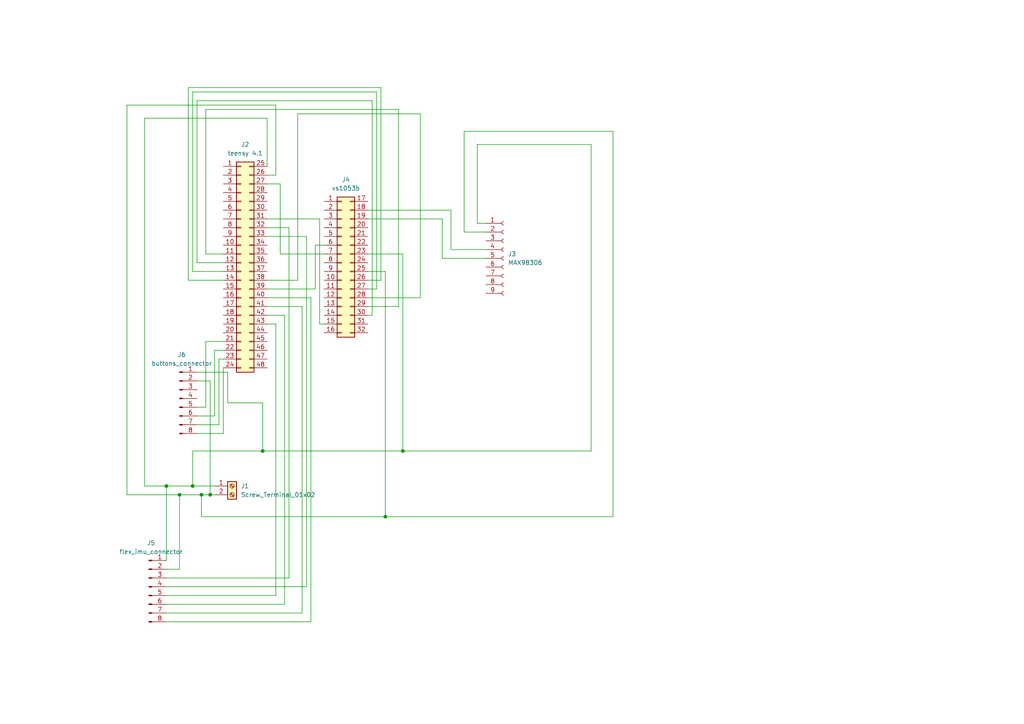
<source format=kicad_sch>
(kicad_sch (version 20231120) (generator "eeschema") (generator_version "8.0")
  (paper "A4")
  (lib_symbols
    (symbol "Connector:Conn_01x08_Pin" (pin_names (offset 1.016) hide)
      (property "Reference" "J" (at 0 10.16 0))
      (property "Value" "Conn_01x08_Pin" (at 0 -12.7 0))
      (symbol "Conn_01x08_Pin_1_1"
        (polyline (pts (xy 1.27 -10.16) (xy 0.8636 -10.16)) (stroke (width 0.1524)))
        (polyline (pts (xy 1.27 -7.62) (xy 0.8636 -7.62)) (stroke (width 0.1524)))
        (polyline (pts (xy 1.27 -5.08) (xy 0.8636 -5.08)) (stroke (width 0.1524)))
        (polyline (pts (xy 1.27 -2.54) (xy 0.8636 -2.54)) (stroke (width 0.1524)))
        (polyline (pts (xy 1.27 0) (xy 0.8636 0)) (stroke (width 0.1524)))
        (polyline (pts (xy 1.27 2.54) (xy 0.8636 2.54)) (stroke (width 0.1524)))
        (polyline (pts (xy 1.27 5.08) (xy 0.8636 5.08)) (stroke (width 0.1524)))
        (polyline (pts (xy 1.27 7.62) (xy 0.8636 7.62)) (stroke (width 0.1524)))
        (rectangle (start 0.8636 -10.033) (end 0 -10.287) (stroke (width 0.1524)) (fill (type outline)))
        (rectangle (start 0.8636 -7.493) (end 0 -7.747) (stroke (width 0.1524)) (fill (type outline)))
        (rectangle (start 0.8636 -4.953) (end 0 -5.207) (stroke (width 0.1524)) (fill (type outline)))
        (rectangle (start 0.8636 -2.413) (end 0 -2.667) (stroke (width 0.1524)) (fill (type outline)))
        (rectangle (start 0.8636 0.127) (end 0 -0.127) (stroke (width 0.1524)) (fill (type outline)))
        (rectangle (start 0.8636 2.667) (end 0 2.413) (stroke (width 0.1524)) (fill (type outline)))
        (rectangle (start 0.8636 5.207) (end 0 4.953) (stroke (width 0.1524)) (fill (type outline)))
        (rectangle (start 0.8636 7.747) (end 0 7.493) (stroke (width 0.1524)) (fill (type outline)))
        (pin passive line (at 5.08 7.62 180) (length 3.81) (name "Pin_1") (number "1"))
        (pin passive line (at 5.08 5.08 180) (length 3.81) (name "Pin_2") (number "2"))
        (pin passive line (at 5.08 2.54 180) (length 3.81) (name "Pin_3") (number "3"))
        (pin passive line (at 5.08 0 180) (length 3.81) (name "Pin_4") (number "4"))
        (pin passive line (at 5.08 -2.54 180) (length 3.81) (name "Pin_5") (number "5"))
        (pin passive line (at 5.08 -5.08 180) (length 3.81) (name "Pin_6") (number "6"))
        (pin passive line (at 5.08 -7.62 180) (length 3.81) (name "Pin_7") (number "7"))
        (pin passive line (at 5.08 -10.16 180) (length 3.81) (name "Pin_8") (number "8"))
      )
    )
    (symbol "Connector:Conn_01x09_Socket" (pin_names (offset 1.016) hide)
      (property "Reference" "J" (at 0 12.7 0))
      (property "Value" "Conn_01x09_Socket" (at 0 -12.7 0))
      (symbol "Conn_01x09_Socket_1_1"
        (arc (start 0 -9.652) (mid -0.5058 -10.16) (end 0 -10.668) (stroke (width 0.1524)))
        (arc (start 0 -7.112) (mid -0.5058 -7.62) (end 0 -8.128) (stroke (width 0.1524)))
        (arc (start 0 -4.572) (mid -0.5058 -5.08) (end 0 -5.588) (stroke (width 0.1524)))
        (arc (start 0 -2.032) (mid -0.5058 -2.54) (end 0 -3.048) (stroke (width 0.1524)))
        (polyline (pts (xy -1.27 -10.16) (xy -0.508 -10.16)) (stroke (width 0.1524)))
        (polyline (pts (xy -1.27 -7.62) (xy -0.508 -7.62)) (stroke (width 0.1524)))
        (polyline (pts (xy -1.27 -5.08) (xy -0.508 -5.08)) (stroke (width 0.1524)))
        (polyline (pts (xy -1.27 -2.54) (xy -0.508 -2.54)) (stroke (width 0.1524)))
        (polyline (pts (xy -1.27 0) (xy -0.508 0)) (stroke (width 0.1524)))
        (polyline (pts (xy -1.27 2.54) (xy -0.508 2.54)) (stroke (width 0.1524)))
        (polyline (pts (xy -1.27 5.08) (xy -0.508 5.08)) (stroke (width 0.1524)))
        (polyline (pts (xy -1.27 7.62) (xy -0.508 7.62)) (stroke (width 0.1524)))
        (polyline (pts (xy -1.27 10.16) (xy -0.508 10.16)) (stroke (width 0.1524)))
        (arc (start 0 0.508) (mid -0.5058 0) (end 0 -0.508) (stroke (width 0.1524)))
        (arc (start 0 3.048) (mid -0.5058 2.54) (end 0 2.032) (stroke (width 0.1524)))
        (arc (start 0 5.588) (mid -0.5058 5.08) (end 0 4.572) (stroke (width 0.1524)))
        (arc (start 0 8.128) (mid -0.5058 7.62) (end 0 7.112) (stroke (width 0.1524)))
        (arc (start 0 10.668) (mid -0.5058 10.16) (end 0 9.652) (stroke (width 0.1524)))
        (pin passive line (at -5.08 10.16 0) (length 3.81) (name "Pin_1") (number "1"))
        (pin passive line (at -5.08 7.62 0) (length 3.81) (name "Pin_2") (number "2"))
        (pin passive line (at -5.08 5.08 0) (length 3.81) (name "Pin_3") (number "3"))
        (pin passive line (at -5.08 2.54 0) (length 3.81) (name "Pin_4") (number "4"))
        (pin passive line (at -5.08 0 0) (length 3.81) (name "Pin_5") (number "5"))
        (pin passive line (at -5.08 -2.54 0) (length 3.81) (name "Pin_6") (number "6"))
        (pin passive line (at -5.08 -5.08 0) (length 3.81) (name "Pin_7") (number "7"))
        (pin passive line (at -5.08 -7.62 0) (length 3.81) (name "Pin_8") (number "8"))
        (pin passive line (at -5.08 -10.16 0) (length 3.81) (name "Pin_9") (number "9"))
      )
    )
    (symbol "Connector:Screw_Terminal_01x02" (pin_names (offset 1.016) hide)
      (property "Reference" "J" (at 0 2.54 0))
      (property "Value" "Screw_Terminal_01x02" (at 0 -5.08 0))
      (symbol "Screw_Terminal_01x02_1_1"
        (rectangle (start -1.27 1.27) (end 1.27 -3.81) (stroke (width 0.254)) (fill (type background)))
        (circle (center 0 -2.54) (radius 0.635) (stroke (width 0.1524)))
        (polyline (pts (xy -0.5334 -2.2098) (xy 0.3302 -3.048)) (stroke (width 0.1524)))
        (polyline (pts (xy -0.5334 0.3302) (xy 0.3302 -0.508)) (stroke (width 0.1524)))
        (polyline (pts (xy -0.3556 -2.032) (xy 0.508 -2.8702)) (stroke (width 0.1524)))
        (polyline (pts (xy -0.3556 0.508) (xy 0.508 -0.3302)) (stroke (width 0.1524)))
        (circle (center 0 0) (radius 0.635) (stroke (width 0.1524)))
        (pin passive line (at -5.08 0 0) (length 3.81) (name "Pin_1") (number "1"))
        (pin passive line (at -5.08 -2.54 0) (length 3.81) (name "Pin_2") (number "2"))
      )
    )
    (symbol "Connector_Generic:Conn_02x16_Top_Bottom" (pin_names (offset 1.016) hide)
      (property "Reference" "J" (at 1.27 20.32 0))
      (property "Value" "Conn_02x16_Top_Bottom" (at 1.27 -22.86 0))
      (symbol "Conn_02x16_Top_Bottom_1_1"
        (rectangle (start -1.27 -20.193) (end 0 -20.447) (stroke (width 0.1524)))
        (rectangle (start -1.27 -17.653) (end 0 -17.907) (stroke (width 0.1524)))
        (rectangle (start -1.27 -15.113) (end 0 -15.367) (stroke (width 0.1524)))
        (rectangle (start -1.27 -12.573) (end 0 -12.827) (stroke (width 0.1524)))
        (rectangle (start -1.27 -10.033) (end 0 -10.287) (stroke (width 0.1524)))
        (rectangle (start -1.27 -7.493) (end 0 -7.747) (stroke (width 0.1524)))
        (rectangle (start -1.27 -4.953) (end 0 -5.207) (stroke (width 0.1524)))
        (rectangle (start -1.27 -2.413) (end 0 -2.667) (stroke (width 0.1524)))
        (rectangle (start -1.27 0.127) (end 0 -0.127) (stroke (width 0.1524)))
        (rectangle (start -1.27 2.667) (end 0 2.413) (stroke (width 0.1524)))
        (rectangle (start -1.27 5.207) (end 0 4.953) (stroke (width 0.1524)))
        (rectangle (start -1.27 7.747) (end 0 7.493) (stroke (width 0.1524)))
        (rectangle (start -1.27 10.287) (end 0 10.033) (stroke (width 0.1524)))
        (rectangle (start -1.27 12.827) (end 0 12.573) (stroke (width 0.1524)))
        (rectangle (start -1.27 15.367) (end 0 15.113) (stroke (width 0.1524)))
        (rectangle (start -1.27 17.907) (end 0 17.653) (stroke (width 0.1524)))
        (rectangle (start -1.27 19.05) (end 3.81 -21.59) (stroke (width 0.254)) (fill (type background)))
        (rectangle (start 3.81 -20.193) (end 2.54 -20.447) (stroke (width 0.1524)))
        (rectangle (start 3.81 -17.653) (end 2.54 -17.907) (stroke (width 0.1524)))
        (rectangle (start 3.81 -15.113) (end 2.54 -15.367) (stroke (width 0.1524)))
        (rectangle (start 3.81 -12.573) (end 2.54 -12.827) (stroke (width 0.1524)))
        (rectangle (start 3.81 -10.033) (end 2.54 -10.287) (stroke (width 0.1524)))
        (rectangle (start 3.81 -7.493) (end 2.54 -7.747) (stroke (width 0.1524)))
        (rectangle (start 3.81 -4.953) (end 2.54 -5.207) (stroke (width 0.1524)))
        (rectangle (start 3.81 -2.413) (end 2.54 -2.667) (stroke (width 0.1524)))
        (rectangle (start 3.81 0.127) (end 2.54 -0.127) (stroke (width 0.1524)))
        (rectangle (start 3.81 2.667) (end 2.54 2.413) (stroke (width 0.1524)))
        (rectangle (start 3.81 5.207) (end 2.54 4.953) (stroke (width 0.1524)))
        (rectangle (start 3.81 7.747) (end 2.54 7.493) (stroke (width 0.1524)))
        (rectangle (start 3.81 10.287) (end 2.54 10.033) (stroke (width 0.1524)))
        (rectangle (start 3.81 12.827) (end 2.54 12.573) (stroke (width 0.1524)))
        (rectangle (start 3.81 15.367) (end 2.54 15.113) (stroke (width 0.1524)))
        (rectangle (start 3.81 17.907) (end 2.54 17.653) (stroke (width 0.1524)))
        (pin passive line (at -5.08 17.78 0) (length 3.81) (name "Pin_1") (number "1"))
        (pin passive line (at -5.08 -5.08 0) (length 3.81) (name "Pin_10") (number "10"))
        (pin passive line (at -5.08 -7.62 0) (length 3.81) (name "Pin_11") (number "11"))
        (pin passive line (at -5.08 -10.16 0) (length 3.81) (name "Pin_12") (number "12"))
        (pin passive line (at -5.08 -12.7 0) (length 3.81) (name "Pin_13") (number "13"))
        (pin passive line (at -5.08 -15.24 0) (length 3.81) (name "Pin_14") (number "14"))
        (pin passive line (at -5.08 -17.78 0) (length 3.81) (name "Pin_15") (number "15"))
        (pin passive line (at -5.08 -20.32 0) (length 3.81) (name "Pin_16") (number "16"))
        (pin passive line (at 7.62 17.78 180) (length 3.81) (name "Pin_17") (number "17"))
        (pin passive line (at 7.62 15.24 180) (length 3.81) (name "Pin_18") (number "18"))
        (pin passive line (at 7.62 12.7 180) (length 3.81) (name "Pin_19") (number "19"))
        (pin passive line (at -5.08 15.24 0) (length 3.81) (name "Pin_2") (number "2"))
        (pin passive line (at 7.62 10.16 180) (length 3.81) (name "Pin_20") (number "20"))
        (pin passive line (at 7.62 7.62 180) (length 3.81) (name "Pin_21") (number "21"))
        (pin passive line (at 7.62 5.08 180) (length 3.81) (name "Pin_22") (number "22"))
        (pin passive line (at 7.62 2.54 180) (length 3.81) (name "Pin_23") (number "23"))
        (pin passive line (at 7.62 0 180) (length 3.81) (name "Pin_24") (number "24"))
        (pin passive line (at 7.62 -2.54 180) (length 3.81) (name "Pin_25") (number "25"))
        (pin passive line (at 7.62 -5.08 180) (length 3.81) (name "Pin_26") (number "26"))
        (pin passive line (at 7.62 -7.62 180) (length 3.81) (name "Pin_27") (number "27"))
        (pin passive line (at 7.62 -10.16 180) (length 3.81) (name "Pin_28") (number "28"))
        (pin passive line (at 7.62 -12.7 180) (length 3.81) (name "Pin_29") (number "29"))
        (pin passive line (at -5.08 12.7 0) (length 3.81) (name "Pin_3") (number "3"))
        (pin passive line (at 7.62 -15.24 180) (length 3.81) (name "Pin_30") (number "30"))
        (pin passive line (at 7.62 -17.78 180) (length 3.81) (name "Pin_31") (number "31"))
        (pin passive line (at 7.62 -20.32 180) (length 3.81) (name "Pin_32") (number "32"))
        (pin passive line (at -5.08 10.16 0) (length 3.81) (name "Pin_4") (number "4"))
        (pin passive line (at -5.08 7.62 0) (length 3.81) (name "Pin_5") (number "5"))
        (pin passive line (at -5.08 5.08 0) (length 3.81) (name "Pin_6") (number "6"))
        (pin passive line (at -5.08 2.54 0) (length 3.81) (name "Pin_7") (number "7"))
        (pin passive line (at -5.08 0 0) (length 3.81) (name "Pin_8") (number "8"))
        (pin passive line (at -5.08 -2.54 0) (length 3.81) (name "Pin_9") (number "9"))
      )
    )
    (symbol "Connector_Generic:Conn_02x24_Top_Bottom" (pin_names (offset 1.016) hide)
      (property "Reference" "J" (at 1.27 30.48 0))
      (property "Value" "Conn_02x24_Top_Bottom" (at 1.27 -33.02 0))
      (symbol "Conn_02x24_Top_Bottom_1_1"
        (rectangle (start -1.27 -30.353) (end 0 -30.607) (stroke (width 0.1524)))
        (rectangle (start -1.27 -27.813) (end 0 -28.067) (stroke (width 0.1524)))
        (rectangle (start -1.27 -25.273) (end 0 -25.527) (stroke (width 0.1524)))
        (rectangle (start -1.27 -22.733) (end 0 -22.987) (stroke (width 0.1524)))
        (rectangle (start -1.27 -20.193) (end 0 -20.447) (stroke (width 0.1524)))
        (rectangle (start -1.27 -17.653) (end 0 -17.907) (stroke (width 0.1524)))
        (rectangle (start -1.27 -15.113) (end 0 -15.367) (stroke (width 0.1524)))
        (rectangle (start -1.27 -12.573) (end 0 -12.827) (stroke (width 0.1524)))
        (rectangle (start -1.27 -10.033) (end 0 -10.287) (stroke (width 0.1524)))
        (rectangle (start -1.27 -7.493) (end 0 -7.747) (stroke (width 0.1524)))
        (rectangle (start -1.27 -4.953) (end 0 -5.207) (stroke (width 0.1524)))
        (rectangle (start -1.27 -2.413) (end 0 -2.667) (stroke (width 0.1524)))
        (rectangle (start -1.27 0.127) (end 0 -0.127) (stroke (width 0.1524)))
        (rectangle (start -1.27 2.667) (end 0 2.413) (stroke (width 0.1524)))
        (rectangle (start -1.27 5.207) (end 0 4.953) (stroke (width 0.1524)))
        (rectangle (start -1.27 7.747) (end 0 7.493) (stroke (width 0.1524)))
        (rectangle (start -1.27 10.287) (end 0 10.033) (stroke (width 0.1524)))
        (rectangle (start -1.27 12.827) (end 0 12.573) (stroke (width 0.1524)))
        (rectangle (start -1.27 15.367) (end 0 15.113) (stroke (width 0.1524)))
        (rectangle (start -1.27 17.907) (end 0 17.653) (stroke (width 0.1524)))
        (rectangle (start -1.27 20.447) (end 0 20.193) (stroke (width 0.1524)))
        (rectangle (start -1.27 22.987) (end 0 22.733) (stroke (width 0.1524)))
        (rectangle (start -1.27 25.527) (end 0 25.273) (stroke (width 0.1524)))
        (rectangle (start -1.27 28.067) (end 0 27.813) (stroke (width 0.1524)))
        (rectangle (start -1.27 29.21) (end 3.81 -31.75) (stroke (width 0.254)) (fill (type background)))
        (rectangle (start 3.81 -30.353) (end 2.54 -30.607) (stroke (width 0.1524)))
        (rectangle (start 3.81 -27.813) (end 2.54 -28.067) (stroke (width 0.1524)))
        (rectangle (start 3.81 -25.273) (end 2.54 -25.527) (stroke (width 0.1524)))
        (rectangle (start 3.81 -22.733) (end 2.54 -22.987) (stroke (width 0.1524)))
        (rectangle (start 3.81 -20.193) (end 2.54 -20.447) (stroke (width 0.1524)))
        (rectangle (start 3.81 -17.653) (end 2.54 -17.907) (stroke (width 0.1524)))
        (rectangle (start 3.81 -15.113) (end 2.54 -15.367) (stroke (width 0.1524)))
        (rectangle (start 3.81 -12.573) (end 2.54 -12.827) (stroke (width 0.1524)))
        (rectangle (start 3.81 -10.033) (end 2.54 -10.287) (stroke (width 0.1524)))
        (rectangle (start 3.81 -7.493) (end 2.54 -7.747) (stroke (width 0.1524)))
        (rectangle (start 3.81 -4.953) (end 2.54 -5.207) (stroke (width 0.1524)))
        (rectangle (start 3.81 -2.413) (end 2.54 -2.667) (stroke (width 0.1524)))
        (rectangle (start 3.81 0.127) (end 2.54 -0.127) (stroke (width 0.1524)))
        (rectangle (start 3.81 2.667) (end 2.54 2.413) (stroke (width 0.1524)))
        (rectangle (start 3.81 5.207) (end 2.54 4.953) (stroke (width 0.1524)))
        (rectangle (start 3.81 7.747) (end 2.54 7.493) (stroke (width 0.1524)))
        (rectangle (start 3.81 10.287) (end 2.54 10.033) (stroke (width 0.1524)))
        (rectangle (start 3.81 12.827) (end 2.54 12.573) (stroke (width 0.1524)))
        (rectangle (start 3.81 15.367) (end 2.54 15.113) (stroke (width 0.1524)))
        (rectangle (start 3.81 17.907) (end 2.54 17.653) (stroke (width 0.1524)))
        (rectangle (start 3.81 20.447) (end 2.54 20.193) (stroke (width 0.1524)))
        (rectangle (start 3.81 22.987) (end 2.54 22.733) (stroke (width 0.1524)))
        (rectangle (start 3.81 25.527) (end 2.54 25.273) (stroke (width 0.1524)))
        (rectangle (start 3.81 28.067) (end 2.54 27.813) (stroke (width 0.1524)))
        (pin passive line (at -5.08 27.94 0) (length 3.81) (name "Pin_1") (number "1"))
        (pin passive line (at -5.08 5.08 0) (length 3.81) (name "Pin_10") (number "10"))
        (pin passive line (at -5.08 2.54 0) (length 3.81) (name "Pin_11") (number "11"))
        (pin passive line (at -5.08 0 0) (length 3.81) (name "Pin_12") (number "12"))
        (pin passive line (at -5.08 -2.54 0) (length 3.81) (name "Pin_13") (number "13"))
        (pin passive line (at -5.08 -5.08 0) (length 3.81) (name "Pin_14") (number "14"))
        (pin passive line (at -5.08 -7.62 0) (length 3.81) (name "Pin_15") (number "15"))
        (pin passive line (at -5.08 -10.16 0) (length 3.81) (name "Pin_16") (number "16"))
        (pin passive line (at -5.08 -12.7 0) (length 3.81) (name "Pin_17") (number "17"))
        (pin passive line (at -5.08 -15.24 0) (length 3.81) (name "Pin_18") (number "18"))
        (pin passive line (at -5.08 -17.78 0) (length 3.81) (name "Pin_19") (number "19"))
        (pin passive line (at -5.08 25.4 0) (length 3.81) (name "Pin_2") (number "2"))
        (pin passive line (at -5.08 -20.32 0) (length 3.81) (name "Pin_20") (number "20"))
        (pin passive line (at -5.08 -22.86 0) (length 3.81) (name "Pin_21") (number "21"))
        (pin passive line (at -5.08 -25.4 0) (length 3.81) (name "Pin_22") (number "22"))
        (pin passive line (at -5.08 -27.94 0) (length 3.81) (name "Pin_23") (number "23"))
        (pin passive line (at -5.08 -30.48 0) (length 3.81) (name "Pin_24") (number "24"))
        (pin passive line (at 7.62 27.94 180) (length 3.81) (name "Pin_25") (number "25"))
        (pin passive line (at 7.62 25.4 180) (length 3.81) (name "Pin_26") (number "26"))
        (pin passive line (at 7.62 22.86 180) (length 3.81) (name "Pin_27") (number "27"))
        (pin passive line (at 7.62 20.32 180) (length 3.81) (name "Pin_28") (number "28"))
        (pin passive line (at 7.62 17.78 180) (length 3.81) (name "Pin_29") (number "29"))
        (pin passive line (at -5.08 22.86 0) (length 3.81) (name "Pin_3") (number "3"))
        (pin passive line (at 7.62 15.24 180) (length 3.81) (name "Pin_30") (number "30"))
        (pin passive line (at 7.62 12.7 180) (length 3.81) (name "Pin_31") (number "31"))
        (pin passive line (at 7.62 10.16 180) (length 3.81) (name "Pin_32") (number "32"))
        (pin passive line (at 7.62 7.62 180) (length 3.81) (name "Pin_33") (number "33"))
        (pin passive line (at 7.62 5.08 180) (length 3.81) (name "Pin_34") (number "34"))
        (pin passive line (at 7.62 2.54 180) (length 3.81) (name "Pin_35") (number "35"))
        (pin passive line (at 7.62 0 180) (length 3.81) (name "Pin_36") (number "36"))
        (pin passive line (at 7.62 -2.54 180) (length 3.81) (name "Pin_37") (number "37"))
        (pin passive line (at 7.62 -5.08 180) (length 3.81) (name "Pin_38") (number "38"))
        (pin passive line (at 7.62 -7.62 180) (length 3.81) (name "Pin_39") (number "39"))
        (pin passive line (at -5.08 20.32 0) (length 3.81) (name "Pin_4") (number "4"))
        (pin passive line (at 7.62 -10.16 180) (length 3.81) (name "Pin_40") (number "40"))
        (pin passive line (at 7.62 -12.7 180) (length 3.81) (name "Pin_41") (number "41"))
        (pin passive line (at 7.62 -15.24 180) (length 3.81) (name "Pin_42") (number "42"))
        (pin passive line (at 7.62 -17.78 180) (length 3.81) (name "Pin_43") (number "43"))
        (pin passive line (at 7.62 -20.32 180) (length 3.81) (name "Pin_44") (number "44"))
        (pin passive line (at 7.62 -22.86 180) (length 3.81) (name "Pin_45") (number "45"))
        (pin passive line (at 7.62 -25.4 180) (length 3.81) (name "Pin_46") (number "46"))
        (pin passive line (at 7.62 -27.94 180) (length 3.81) (name "Pin_47") (number "47"))
        (pin passive line (at 7.62 -30.48 180) (length 3.81) (name "Pin_48") (number "48"))
        (pin passive line (at -5.08 17.78 0) (length 3.81) (name "Pin_5") (number "5"))
        (pin passive line (at -5.08 15.24 0) (length 3.81) (name "Pin_6") (number "6"))
        (pin passive line (at -5.08 12.7 0) (length 3.81) (name "Pin_7") (number "7"))
        (pin passive line (at -5.08 10.16 0) (length 3.81) (name "Pin_8") (number "8"))
        (pin passive line (at -5.08 7.62 0) (length 3.81) (name "Pin_9") (number "9"))
      )
    )
  )
  (junction (at 48.26 140.97))
  (junction (at 55.88 140.97))
  (junction (at 116.84 130.81))
  (junction (at 58.42 143.51))
  (junction (at 60.96 143.51))
  (junction (at 111.76 149.86))
  (junction (at 52.07 143.51))
  (junction (at 76.2 130.81))
  (wire (pts (xy 63.5 104.14) (xy 64.77 104.14)))
  (wire (pts (xy 111.76 149.86) (xy 58.42 149.86)))
  (wire (pts (xy 90.17 180.34) (xy 48.26 180.34)))
  (wire (pts (xy 57.15 118.11) (xy 59.69 118.11)))
  (wire (pts (xy 109.22 26.67) (xy 109.22 83.82)))
  (wire (pts (xy 36.83 30.48) (xy 80.01 30.48)))
  (wire (pts (xy 66.04 116.84) (xy 76.2 116.84)))
  (wire (pts (xy 121.92 33.02) (xy 121.92 86.36)))
  (wire (pts (xy 116.84 73.66) (xy 116.84 130.81)))
  (wire (pts (xy 64.77 73.66) (xy 59.69 73.66)))
  (wire (pts (xy 90.17 86.36) (xy 90.17 180.34)))
  (wire (pts (xy 62.23 101.6) (xy 64.77 101.6)))
  (wire (pts (xy 77.47 88.9) (xy 87.63 88.9)))
  (wire (pts (xy 64.77 106.68) (xy 64.77 125.73)))
  (wire (pts (xy 57.15 120.65) (xy 62.23 120.65)))
  (wire (pts (xy 106.68 78.74) (xy 111.76 78.74)))
  (wire (pts (xy 171.45 41.91) (xy 171.45 130.81)))
  (wire (pts (xy 57.15 107.95) (xy 66.04 107.95)))
  (wire (pts (xy 91.44 83.82) (xy 77.47 83.82)))
  (wire (pts (xy 138.43 41.91) (xy 171.45 41.91)))
  (wire (pts (xy 60.96 110.49) (xy 60.96 143.51)))
  (wire (pts (xy 82.55 175.26) (xy 48.26 175.26)))
  (wire (pts (xy 77.47 81.28) (xy 86.36 81.28)))
  (wire (pts (xy 134.62 67.31) (xy 134.62 38.1)))
  (wire (pts (xy 115.57 31.75) (xy 115.57 88.9)))
  (wire (pts (xy 57.15 110.49) (xy 60.96 110.49)))
  (wire (pts (xy 48.26 140.97) (xy 48.26 162.56)))
  (wire (pts (xy 83.82 167.64) (xy 48.26 167.64)))
  (wire (pts (xy 110.49 25.4) (xy 54.61 25.4)))
  (wire (pts (xy 86.36 33.02) (xy 121.92 33.02)))
  (wire (pts (xy 57.15 123.19) (xy 63.5 123.19)))
  (wire (pts (xy 59.69 118.11) (xy 59.69 99.06)))
  (wire (pts (xy 128.27 63.5) (xy 128.27 74.93)))
  (wire (pts (xy 57.15 76.2) (xy 57.15 29.21)))
  (wire (pts (xy 140.97 64.77) (xy 138.43 64.77)))
  (wire (pts (xy 55.88 130.81) (xy 55.88 140.97)))
  (wire (pts (xy 134.62 38.1) (xy 177.8 38.1)))
  (wire (pts (xy 140.97 67.31) (xy 134.62 67.31)))
  (wire (pts (xy 48.26 140.97) (xy 55.88 140.97)))
  (wire (pts (xy 80.01 172.72) (xy 48.26 172.72)))
  (wire (pts (xy 88.9 68.58) (xy 88.9 170.18)))
  (wire (pts (xy 88.9 170.18) (xy 48.26 170.18)))
  (wire (pts (xy 77.47 68.58) (xy 88.9 68.58)))
  (wire (pts (xy 59.69 99.06) (xy 64.77 99.06)))
  (wire (pts (xy 62.23 143.51) (xy 60.96 143.51)))
  (wire (pts (xy 87.63 88.9) (xy 87.63 177.8)))
  (wire (pts (xy 91.44 71.12) (xy 91.44 83.82)))
  (wire (pts (xy 106.68 73.66) (xy 116.84 73.66)))
  (wire (pts (xy 107.95 29.21) (xy 107.95 91.44)))
  (wire (pts (xy 57.15 29.21) (xy 107.95 29.21)))
  (wire (pts (xy 109.22 83.82) (xy 106.68 83.82)))
  (wire (pts (xy 177.8 38.1) (xy 177.8 149.86)))
  (wire (pts (xy 48.26 165.1) (xy 52.07 165.1)))
  (wire (pts (xy 52.07 143.51) (xy 36.83 143.51)))
  (wire (pts (xy 66.04 107.95) (xy 66.04 116.84)))
  (wire (pts (xy 106.68 63.5) (xy 128.27 63.5)))
  (wire (pts (xy 64.77 76.2) (xy 57.15 76.2)))
  (wire (pts (xy 80.01 50.8) (xy 77.47 50.8)))
  (wire (pts (xy 116.84 130.81) (xy 76.2 130.81)))
  (wire (pts (xy 83.82 66.04) (xy 83.82 167.64)))
  (wire (pts (xy 77.47 63.5) (xy 92.71 63.5)))
  (wire (pts (xy 77.47 93.98) (xy 80.01 93.98)))
  (wire (pts (xy 76.2 116.84) (xy 76.2 130.81)))
  (wire (pts (xy 60.96 143.51) (xy 58.42 143.51)))
  (wire (pts (xy 77.47 66.04) (xy 83.82 66.04)))
  (wire (pts (xy 121.92 86.36) (xy 106.68 86.36)))
  (wire (pts (xy 76.2 130.81) (xy 55.88 130.81)))
  (wire (pts (xy 128.27 74.93) (xy 140.97 74.93)))
  (wire (pts (xy 55.88 140.97) (xy 62.23 140.97)))
  (wire (pts (xy 80.01 93.98) (xy 80.01 172.72)))
  (wire (pts (xy 54.61 25.4) (xy 54.61 81.28)))
  (wire (pts (xy 62.23 120.65) (xy 62.23 101.6)))
  (wire (pts (xy 106.68 91.44) (xy 107.95 91.44)))
  (wire (pts (xy 80.01 30.48) (xy 80.01 50.8)))
  (wire (pts (xy 58.42 143.51) (xy 52.07 143.51)))
  (wire (pts (xy 54.61 81.28) (xy 64.77 81.28)))
  (wire (pts (xy 81.28 73.66) (xy 81.28 53.34)))
  (wire (pts (xy 86.36 81.28) (xy 86.36 33.02)))
  (wire (pts (xy 81.28 53.34) (xy 77.47 53.34)))
  (wire (pts (xy 93.98 73.66) (xy 81.28 73.66)))
  (wire (pts (xy 59.69 73.66) (xy 59.69 31.75)))
  (wire (pts (xy 59.69 31.75) (xy 115.57 31.75)))
  (wire (pts (xy 58.42 149.86) (xy 58.42 143.51)))
  (wire (pts (xy 111.76 78.74) (xy 111.76 149.86)))
  (wire (pts (xy 77.47 91.44) (xy 82.55 91.44)))
  (wire (pts (xy 130.81 60.96) (xy 130.81 72.39)))
  (wire (pts (xy 106.68 60.96) (xy 130.81 60.96)))
  (wire (pts (xy 41.91 140.97) (xy 48.26 140.97)))
  (wire (pts (xy 77.47 48.26) (xy 77.47 34.29)))
  (wire (pts (xy 93.98 71.12) (xy 91.44 71.12)))
  (wire (pts (xy 77.47 86.36) (xy 90.17 86.36)))
  (wire (pts (xy 115.57 88.9) (xy 106.68 88.9)))
  (wire (pts (xy 36.83 143.51) (xy 36.83 30.48)))
  (wire (pts (xy 64.77 78.74) (xy 55.88 78.74)))
  (wire (pts (xy 138.43 64.77) (xy 138.43 41.91)))
  (wire (pts (xy 93.98 93.98) (xy 92.71 93.98)))
  (wire (pts (xy 41.91 34.29) (xy 41.91 140.97)))
  (wire (pts (xy 55.88 78.74) (xy 55.88 26.67)))
  (wire (pts (xy 77.47 34.29) (xy 41.91 34.29)))
  (wire (pts (xy 55.88 26.67) (xy 109.22 26.67)))
  (wire (pts (xy 63.5 123.19) (xy 63.5 104.14)))
  (wire (pts (xy 92.71 93.98) (xy 92.71 63.5)))
  (wire (pts (xy 130.81 72.39) (xy 140.97 72.39)))
  (wire (pts (xy 87.63 177.8) (xy 48.26 177.8)))
  (wire (pts (xy 106.68 81.28) (xy 110.49 81.28)))
  (wire (pts (xy 110.49 81.28) (xy 110.49 25.4)))
  (wire (pts (xy 82.55 91.44) (xy 82.55 175.26)))
  (wire (pts (xy 177.8 149.86) (xy 111.76 149.86)))
  (wire (pts (xy 171.45 130.81) (xy 116.84 130.81)))
  (wire (pts (xy 57.15 125.73) (xy 64.77 125.73)))
  (wire (pts (xy 52.07 165.1) (xy 52.07 143.51)))
  (symbol (lib_id "Connector_Generic:Conn_02x24_Top_Bottom") (at 69.85 76.2 0) (unit 1)
    (property "Reference" "J2" (at 71.12 41.91 0))
    (property "Value" "teensy 4.1" (at 71.12 44.45 0))
    (property "Footprint" "TempLibrary:teensy4.1" (effects (hide yes)))
    (property "Description" "Generic connector, double row, 02x24, top/bottom pin numbering scheme (row 1: 1...pins_per_row, row2: pins_per_row+1 ... num_pins), script generated (kicad-library-utils/schlib/autogen/connector/)" (effects (hide yes)))
  )
  (symbol (lib_id "Connector:Conn_01x09_Socket") (at 146.05 74.93 0) (unit 1)
    (property "Reference" "J3" (at 147.32 73.6599 0) (effects (justify left)))
    (property "Value" "MAX98306" (at 147.32 76.1999 0) (effects (justify left)))
    (property "Footprint" "Connector_PinSocket_2.54mm:PinSocket_1x09_P2.54mm_Vertical" (effects (hide yes)))
    (property "Description" "Generic connector, single row, 01x09, script generated" (effects (hide yes)))
  )
  (symbol (lib_id "Connector_Generic:Conn_02x16_Top_Bottom") (at 99.06 76.2 0) (unit 1)
    (property "Reference" "J4" (at 100.33 52.07 0))
    (property "Value" "vs1053b" (at 100.33 54.61 0))
    (property "Footprint" "TempLibrary:vs1053b_2" (effects (hide yes)))
    (property "Description" "Generic connector, double row, 02x16, top/bottom pin numbering scheme (row 1: 1...pins_per_row, row2: pins_per_row+1 ... num_pins), script generated (kicad-library-utils/schlib/autogen/connector/)" (effects (hide yes)))
  )
  (symbol (lib_id "Connector:Conn_01x08_Pin") (at 52.07 115.57 0) (unit 1)
    (property "Reference" "J6" (at 52.705 102.87 0))
    (property "Value" "buttons_connector" (at 52.705 105.41 0))
    (property "Footprint" "Connector_PinHeader_2.54mm:PinHeader_2x04_P2.54mm_Vertical" (effects (hide yes)))
    (property "Description" "Generic connector, single row, 01x08, script generated" (effects (hide yes)))
  )
  (symbol (lib_id "Connector:Screw_Terminal_01x02") (at 67.31 140.97 0) (unit 1)
    (property "Reference" "J1" (at 69.85 140.9699 0) (effects (justify left)))
    (property "Value" "Screw_Terminal_01x02" (at 69.85 143.5099 0) (effects (justify left)))
    (property "Footprint" "Connector_Phoenix_MC:PhoenixContact_MCV_1,5_2-G-3.5_1x02_P3.50mm_Vertical" (effects (hide yes)))
    (property "Description" "Generic screw terminal, single row, 01x02, script generated (kicad-library-utils/schlib/autogen/connector/)" (effects (hide yes)))
  )
  (symbol (lib_id "Connector:Conn_01x08_Pin") (at 43.18 170.18 0) (unit 1)
    (property "Reference" "J5" (at 43.815 157.48 0))
    (property "Value" "flex_imu_connector" (at 43.815 160.02 0))
    (property "Footprint" "Connector_PinHeader_2.54mm:PinHeader_2x04_P2.54mm_Vertical" (effects (hide yes)))
    (property "Description" "Generic connector, single row, 01x08, script generated" (effects (hide yes)))
  )
)
</source>
